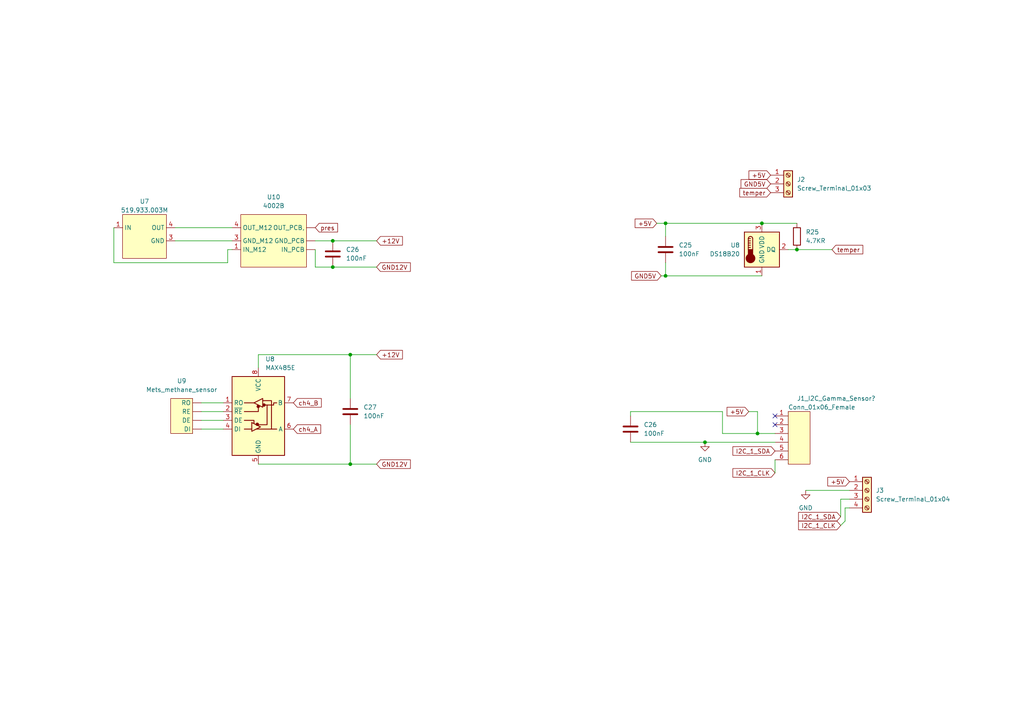
<source format=kicad_sch>
(kicad_sch (version 20211123) (generator eeschema)

  (uuid d84c1617-f99b-40e5-81d7-7418ce0cf5f3)

  (paper "A4")

  (lib_symbols
    (symbol "4002B_1" (in_bom yes) (on_board yes)
      (property "Reference" "U" (id 0) (at 0 2.54 0)
        (effects (font (size 1.27 1.27)))
      )
      (property "Value" "4002B_1" (id 1) (at 0 0 0)
        (effects (font (size 1.27 1.27)))
      )
      (property "Footprint" "" (id 2) (at 0 0 0)
        (effects (font (size 1.27 1.27)) hide)
      )
      (property "Datasheet" "" (id 3) (at 0 0 0)
        (effects (font (size 1.27 1.27)) hide)
      )
      (symbol "4002B_1_1_1"
        (rectangle (start -8.89 -2.54) (end 10.16 -17.78)
          (stroke (width 0) (type default) (color 0 0 0 0))
          (fill (type background))
        )
        (pin power_out line (at 12.7 -10.16 180) (length 2.54)
          (name "GND_PCB" (effects (font (size 1.27 1.27))))
          (number "" (effects (font (size 1.27 1.27))))
        )
        (pin power_in line (at 12.7 -12.7 180) (length 2.54)
          (name "IN_PCB" (effects (font (size 1.27 1.27))))
          (number "" (effects (font (size 1.27 1.27))))
        )
        (pin output line (at 12.7 -6.35 180) (length 2.54)
          (name "OUT_PCB," (effects (font (size 1.27 1.27))))
          (number "" (effects (font (size 1.27 1.27))))
        )
        (pin power_in line (at -11.43 -12.7 0) (length 2.54)
          (name "IN_M12" (effects (font (size 1.27 1.27))))
          (number "1" (effects (font (size 1.27 1.27))))
        )
        (pin power_in line (at -11.43 -10.16 0) (length 2.54)
          (name "GND_M12" (effects (font (size 1.27 1.27))))
          (number "3" (effects (font (size 1.27 1.27))))
        )
        (pin input line (at -11.43 -6.35 0) (length 2.54)
          (name "OUT_M12" (effects (font (size 1.27 1.27))))
          (number "4" (effects (font (size 1.27 1.27))))
        )
      )
    )
    (symbol "Analog:519" (in_bom yes) (on_board no)
      (property "Reference" "U7" (id 0) (at 0 20.32 0)
        (effects (font (size 1.27 1.27)))
      )
      (property "Value" "519" (id 1) (at 0 17.78 0)
        (effects (font (size 1.27 1.27)))
      )
      (property "Footprint" "" (id 2) (at 0 0 0)
        (effects (font (size 1.27 1.27) italic) hide)
      )
      (property "Datasheet" "https://apautomatyka.pl/download/dat_519_Huba-Control_en.pdf" (id 3) (at 0 19.05 0)
        (effects (font (size 0.5 0.5)) hide)
      )
      (property "ki_keywords" "pressure" (id 4) (at 0 0 0)
        (effects (font (size 1.27 1.27)) hide)
      )
      (property "ki_description" "Relative pressure transmitter huba control type 519" (id 5) (at 0 0 0)
        (effects (font (size 1.27 1.27)) hide)
      )
      (property "ki_fp_filters" "SOIC*7.5x10.3mm*P1.27mm*" (id 6) (at 0 0 0)
        (effects (font (size 1.27 1.27)) hide)
      )
      (symbol "519_1_1"
        (rectangle (start -5.08 7.62) (end 7.62 -5.08)
          (stroke (width 0) (type default) (color 0 0 0 0))
          (fill (type background))
        )
        (pin power_in line (at -7.62 3.81 0) (length 2.54)
          (name "IN" (effects (font (size 1.27 1.27))))
          (number "1" (effects (font (size 1.27 1.27))))
        )
        (pin power_in line (at 10.16 0 180) (length 2.54)
          (name "GND" (effects (font (size 1.27 1.27))))
          (number "3" (effects (font (size 1.27 1.27))))
        )
        (pin output line (at 10.16 3.81 180) (length 2.54)
          (name "OUT" (effects (font (size 1.27 1.27))))
          (number "4" (effects (font (size 1.27 1.27))))
        )
      )
    )
    (symbol "Connector:Conn_01x06_Female" (pin_names (offset 1.016) hide) (in_bom yes) (on_board yes)
      (property "Reference" "U" (id 0) (at -1.27 10.16 0)
        (effects (font (size 1.27 1.27)) (justify left))
      )
      (property "Value" "GDK101" (id 1) (at -3.81 7.62 0)
        (effects (font (size 1.27 1.27)) (justify left))
      )
      (property "Footprint" "" (id 2) (at 2.54 0 0)
        (effects (font (size 1.27 1.27)))
      )
      (property "Datasheet" "~" (id 3) (at 2.54 -2.54 0)
        (effects (font (size 1.27 1.27)) hide)
      )
      (property "ki_keywords" "connector" (id 4) (at 0 0 0)
        (effects (font (size 1.27 1.27)) hide)
      )
      (property "ki_description" "Generic connector, single row, 01x06, script generated (kicad-library-utils/schlib/autogen/connector/)" (id 5) (at 0 0 0)
        (effects (font (size 1.27 1.27)) hide)
      )
      (property "ki_fp_filters" "Connector*:*_1x??_*" (id 6) (at 0 0 0)
        (effects (font (size 1.27 1.27)) hide)
      )
      (symbol "Conn_01x06_Female_0_1"
        (rectangle (start -3.81 6.35) (end 2.54 -8.89)
          (stroke (width 0) (type default) (color 0 0 0 0))
          (fill (type background))
        )
      )
      (symbol "Conn_01x06_Female_1_1"
        (pin input line (at -7.62 5.08 0) (length 3.81)
          (name "Tx" (effects (font (size 1.27 1.27))))
          (number "1" (effects (font (size 1.27 1.27))))
        )
        (pin output line (at -7.62 2.54 0) (length 3.81)
          (name "Rx" (effects (font (size 1.27 1.27))))
          (number "2" (effects (font (size 1.27 1.27))))
        )
        (pin power_in line (at -7.62 0 0) (length 3.81)
          (name "VCC" (effects (font (size 1.27 1.27))))
          (number "3" (effects (font (size 1.27 1.27))))
        )
        (pin power_out line (at -7.62 -2.54 0) (length 3.81)
          (name "GND" (effects (font (size 1.27 1.27))))
          (number "4" (effects (font (size 1.27 1.27))))
        )
        (pin output line (at -7.62 -5.08 0) (length 3.81)
          (name "SDA" (effects (font (size 1.27 1.27))))
          (number "5" (effects (font (size 1.27 1.27))))
        )
        (pin output line (at -7.62 -7.62 0) (length 3.81)
          (name "SCL" (effects (font (size 1.27 1.27))))
          (number "6" (effects (font (size 1.27 1.27))))
        )
      )
    )
    (symbol "Connector:Screw_Terminal_01x03" (pin_names (offset 1.016) hide) (in_bom yes) (on_board yes)
      (property "Reference" "J" (id 0) (at 0 5.08 0)
        (effects (font (size 1.27 1.27)))
      )
      (property "Value" "Screw_Terminal_01x03" (id 1) (at 0 -5.08 0)
        (effects (font (size 1.27 1.27)))
      )
      (property "Footprint" "" (id 2) (at 0 0 0)
        (effects (font (size 1.27 1.27)) hide)
      )
      (property "Datasheet" "~" (id 3) (at 0 0 0)
        (effects (font (size 1.27 1.27)) hide)
      )
      (property "ki_keywords" "screw terminal" (id 4) (at 0 0 0)
        (effects (font (size 1.27 1.27)) hide)
      )
      (property "ki_description" "Generic screw terminal, single row, 01x03, script generated (kicad-library-utils/schlib/autogen/connector/)" (id 5) (at 0 0 0)
        (effects (font (size 1.27 1.27)) hide)
      )
      (property "ki_fp_filters" "TerminalBlock*:*" (id 6) (at 0 0 0)
        (effects (font (size 1.27 1.27)) hide)
      )
      (symbol "Screw_Terminal_01x03_1_1"
        (rectangle (start -1.27 3.81) (end 1.27 -3.81)
          (stroke (width 0.254) (type default) (color 0 0 0 0))
          (fill (type background))
        )
        (circle (center 0 -2.54) (radius 0.635)
          (stroke (width 0.1524) (type default) (color 0 0 0 0))
          (fill (type none))
        )
        (polyline
          (pts
            (xy -0.5334 -2.2098)
            (xy 0.3302 -3.048)
          )
          (stroke (width 0.1524) (type default) (color 0 0 0 0))
          (fill (type none))
        )
        (polyline
          (pts
            (xy -0.5334 0.3302)
            (xy 0.3302 -0.508)
          )
          (stroke (width 0.1524) (type default) (color 0 0 0 0))
          (fill (type none))
        )
        (polyline
          (pts
            (xy -0.5334 2.8702)
            (xy 0.3302 2.032)
          )
          (stroke (width 0.1524) (type default) (color 0 0 0 0))
          (fill (type none))
        )
        (polyline
          (pts
            (xy -0.3556 -2.032)
            (xy 0.508 -2.8702)
          )
          (stroke (width 0.1524) (type default) (color 0 0 0 0))
          (fill (type none))
        )
        (polyline
          (pts
            (xy -0.3556 0.508)
            (xy 0.508 -0.3302)
          )
          (stroke (width 0.1524) (type default) (color 0 0 0 0))
          (fill (type none))
        )
        (polyline
          (pts
            (xy -0.3556 3.048)
            (xy 0.508 2.2098)
          )
          (stroke (width 0.1524) (type default) (color 0 0 0 0))
          (fill (type none))
        )
        (circle (center 0 0) (radius 0.635)
          (stroke (width 0.1524) (type default) (color 0 0 0 0))
          (fill (type none))
        )
        (circle (center 0 2.54) (radius 0.635)
          (stroke (width 0.1524) (type default) (color 0 0 0 0))
          (fill (type none))
        )
        (pin passive line (at -5.08 2.54 0) (length 3.81)
          (name "Pin_1" (effects (font (size 1.27 1.27))))
          (number "1" (effects (font (size 1.27 1.27))))
        )
        (pin passive line (at -5.08 0 0) (length 3.81)
          (name "Pin_2" (effects (font (size 1.27 1.27))))
          (number "2" (effects (font (size 1.27 1.27))))
        )
        (pin passive line (at -5.08 -2.54 0) (length 3.81)
          (name "Pin_3" (effects (font (size 1.27 1.27))))
          (number "3" (effects (font (size 1.27 1.27))))
        )
      )
    )
    (symbol "Connector:Screw_Terminal_01x04" (pin_names (offset 1.016) hide) (in_bom yes) (on_board yes)
      (property "Reference" "J" (id 0) (at 0 5.08 0)
        (effects (font (size 1.27 1.27)))
      )
      (property "Value" "Screw_Terminal_01x04" (id 1) (at 0 -7.62 0)
        (effects (font (size 1.27 1.27)))
      )
      (property "Footprint" "" (id 2) (at 0 0 0)
        (effects (font (size 1.27 1.27)) hide)
      )
      (property "Datasheet" "~" (id 3) (at 0 0 0)
        (effects (font (size 1.27 1.27)) hide)
      )
      (property "ki_keywords" "screw terminal" (id 4) (at 0 0 0)
        (effects (font (size 1.27 1.27)) hide)
      )
      (property "ki_description" "Generic screw terminal, single row, 01x04, script generated (kicad-library-utils/schlib/autogen/connector/)" (id 5) (at 0 0 0)
        (effects (font (size 1.27 1.27)) hide)
      )
      (property "ki_fp_filters" "TerminalBlock*:*" (id 6) (at 0 0 0)
        (effects (font (size 1.27 1.27)) hide)
      )
      (symbol "Screw_Terminal_01x04_1_1"
        (rectangle (start -1.27 3.81) (end 1.27 -6.35)
          (stroke (width 0.254) (type default) (color 0 0 0 0))
          (fill (type background))
        )
        (circle (center 0 -5.08) (radius 0.635)
          (stroke (width 0.1524) (type default) (color 0 0 0 0))
          (fill (type none))
        )
        (circle (center 0 -2.54) (radius 0.635)
          (stroke (width 0.1524) (type default) (color 0 0 0 0))
          (fill (type none))
        )
        (polyline
          (pts
            (xy -0.5334 -4.7498)
            (xy 0.3302 -5.588)
          )
          (stroke (width 0.1524) (type default) (color 0 0 0 0))
          (fill (type none))
        )
        (polyline
          (pts
            (xy -0.5334 -2.2098)
            (xy 0.3302 -3.048)
          )
          (stroke (width 0.1524) (type default) (color 0 0 0 0))
          (fill (type none))
        )
        (polyline
          (pts
            (xy -0.5334 0.3302)
            (xy 0.3302 -0.508)
          )
          (stroke (width 0.1524) (type default) (color 0 0 0 0))
          (fill (type none))
        )
        (polyline
          (pts
            (xy -0.5334 2.8702)
            (xy 0.3302 2.032)
          )
          (stroke (width 0.1524) (type default) (color 0 0 0 0))
          (fill (type none))
        )
        (polyline
          (pts
            (xy -0.3556 -4.572)
            (xy 0.508 -5.4102)
          )
          (stroke (width 0.1524) (type default) (color 0 0 0 0))
          (fill (type none))
        )
        (polyline
          (pts
            (xy -0.3556 -2.032)
            (xy 0.508 -2.8702)
          )
          (stroke (width 0.1524) (type default) (color 0 0 0 0))
          (fill (type none))
        )
        (polyline
          (pts
            (xy -0.3556 0.508)
            (xy 0.508 -0.3302)
          )
          (stroke (width 0.1524) (type default) (color 0 0 0 0))
          (fill (type none))
        )
        (polyline
          (pts
            (xy -0.3556 3.048)
            (xy 0.508 2.2098)
          )
          (stroke (width 0.1524) (type default) (color 0 0 0 0))
          (fill (type none))
        )
        (circle (center 0 0) (radius 0.635)
          (stroke (width 0.1524) (type default) (color 0 0 0 0))
          (fill (type none))
        )
        (circle (center 0 2.54) (radius 0.635)
          (stroke (width 0.1524) (type default) (color 0 0 0 0))
          (fill (type none))
        )
        (pin passive line (at -5.08 2.54 0) (length 3.81)
          (name "Pin_1" (effects (font (size 1.27 1.27))))
          (number "1" (effects (font (size 1.27 1.27))))
        )
        (pin passive line (at -5.08 0 0) (length 3.81)
          (name "Pin_2" (effects (font (size 1.27 1.27))))
          (number "2" (effects (font (size 1.27 1.27))))
        )
        (pin passive line (at -5.08 -2.54 0) (length 3.81)
          (name "Pin_3" (effects (font (size 1.27 1.27))))
          (number "3" (effects (font (size 1.27 1.27))))
        )
        (pin passive line (at -5.08 -5.08 0) (length 3.81)
          (name "Pin_4" (effects (font (size 1.27 1.27))))
          (number "4" (effects (font (size 1.27 1.27))))
        )
      )
    )
    (symbol "Device:C" (pin_numbers hide) (pin_names (offset 0.254)) (in_bom yes) (on_board yes)
      (property "Reference" "C" (id 0) (at 0.635 2.54 0)
        (effects (font (size 1.27 1.27)) (justify left))
      )
      (property "Value" "C" (id 1) (at 0.635 -2.54 0)
        (effects (font (size 1.27 1.27)) (justify left))
      )
      (property "Footprint" "" (id 2) (at 0.9652 -3.81 0)
        (effects (font (size 1.27 1.27)) hide)
      )
      (property "Datasheet" "~" (id 3) (at 0 0 0)
        (effects (font (size 1.27 1.27)) hide)
      )
      (property "ki_keywords" "cap capacitor" (id 4) (at 0 0 0)
        (effects (font (size 1.27 1.27)) hide)
      )
      (property "ki_description" "Unpolarized capacitor" (id 5) (at 0 0 0)
        (effects (font (size 1.27 1.27)) hide)
      )
      (property "ki_fp_filters" "C_*" (id 6) (at 0 0 0)
        (effects (font (size 1.27 1.27)) hide)
      )
      (symbol "C_0_1"
        (polyline
          (pts
            (xy -2.032 -0.762)
            (xy 2.032 -0.762)
          )
          (stroke (width 0.508) (type default) (color 0 0 0 0))
          (fill (type none))
        )
        (polyline
          (pts
            (xy -2.032 0.762)
            (xy 2.032 0.762)
          )
          (stroke (width 0.508) (type default) (color 0 0 0 0))
          (fill (type none))
        )
      )
      (symbol "C_1_1"
        (pin passive line (at 0 3.81 270) (length 2.794)
          (name "~" (effects (font (size 1.27 1.27))))
          (number "1" (effects (font (size 1.27 1.27))))
        )
        (pin passive line (at 0 -3.81 90) (length 2.794)
          (name "~" (effects (font (size 1.27 1.27))))
          (number "2" (effects (font (size 1.27 1.27))))
        )
      )
    )
    (symbol "Device:R" (pin_numbers hide) (pin_names (offset 0)) (in_bom yes) (on_board yes)
      (property "Reference" "R" (id 0) (at 2.032 0 90)
        (effects (font (size 1.27 1.27)))
      )
      (property "Value" "R" (id 1) (at 0 0 90)
        (effects (font (size 1.27 1.27)))
      )
      (property "Footprint" "" (id 2) (at -1.778 0 90)
        (effects (font (size 1.27 1.27)) hide)
      )
      (property "Datasheet" "~" (id 3) (at 0 0 0)
        (effects (font (size 1.27 1.27)) hide)
      )
      (property "ki_keywords" "R res resistor" (id 4) (at 0 0 0)
        (effects (font (size 1.27 1.27)) hide)
      )
      (property "ki_description" "Resistor" (id 5) (at 0 0 0)
        (effects (font (size 1.27 1.27)) hide)
      )
      (property "ki_fp_filters" "R_*" (id 6) (at 0 0 0)
        (effects (font (size 1.27 1.27)) hide)
      )
      (symbol "R_0_1"
        (rectangle (start -1.016 -2.54) (end 1.016 2.54)
          (stroke (width 0.254) (type default) (color 0 0 0 0))
          (fill (type none))
        )
      )
      (symbol "R_1_1"
        (pin passive line (at 0 3.81 270) (length 1.27)
          (name "~" (effects (font (size 1.27 1.27))))
          (number "1" (effects (font (size 1.27 1.27))))
        )
        (pin passive line (at 0 -3.81 90) (length 1.27)
          (name "~" (effects (font (size 1.27 1.27))))
          (number "2" (effects (font (size 1.27 1.27))))
        )
      )
    )
    (symbol "Interface_UART:MAX485E" (in_bom yes) (on_board yes)
      (property "Reference" "U" (id 0) (at -6.096 11.43 0)
        (effects (font (size 1.27 1.27)))
      )
      (property "Value" "MAX485E" (id 1) (at 0.762 11.43 0)
        (effects (font (size 1.27 1.27)) (justify left))
      )
      (property "Footprint" "" (id 2) (at 0 -17.78 0)
        (effects (font (size 1.27 1.27)) hide)
      )
      (property "Datasheet" "https://datasheets.maximintegrated.com/en/ds/MAX1487E-MAX491E.pdf" (id 3) (at 0 1.27 0)
        (effects (font (size 1.27 1.27)) hide)
      )
      (property "ki_keywords" "Half duplex RS-485/RS-422, 2.5 Mbps, ±15kV electro-static discharge (ESD) protection, no slew-rate, no low-power shutdown, with receiver/driver enable, 32 receiver drive kapacitity, DIP-8 and SOIC-8" (id 4) (at 0 0 0)
        (effects (font (size 1.27 1.27)) hide)
      )
      (property "ki_description" "Half duplex RS-485/RS-422, 2.5 Mbps, ±15kV electro-static discharge (ESD) protection, no slew-rate, no low-power shutdown, with receiver/driver enable, 32 receiver drive kapacitity, DIP-8 and SOIC-8" (id 5) (at 0 0 0)
        (effects (font (size 1.27 1.27)) hide)
      )
      (property "ki_fp_filters" "DIP*W7.62mm* SOIC*3.9x4.9mm*P1.27mm*" (id 6) (at 0 0 0)
        (effects (font (size 1.27 1.27)) hide)
      )
      (symbol "MAX485E_0_1"
        (rectangle (start -7.62 10.16) (end 7.62 -12.7)
          (stroke (width 0.254) (type default) (color 0 0 0 0))
          (fill (type background))
        )
        (circle (center -0.3048 -3.683) (radius 0.3556)
          (stroke (width 0.254) (type default) (color 0 0 0 0))
          (fill (type outline))
        )
        (circle (center -0.0254 1.4986) (radius 0.3556)
          (stroke (width 0.254) (type default) (color 0 0 0 0))
          (fill (type outline))
        )
        (polyline
          (pts
            (xy -4.064 -5.08)
            (xy -1.905 -5.08)
          )
          (stroke (width 0.254) (type default) (color 0 0 0 0))
          (fill (type none))
        )
        (polyline
          (pts
            (xy -4.064 2.54)
            (xy -1.27 2.54)
          )
          (stroke (width 0.254) (type default) (color 0 0 0 0))
          (fill (type none))
        )
        (polyline
          (pts
            (xy -1.27 -3.2004)
            (xy -1.27 -3.4544)
          )
          (stroke (width 0.254) (type default) (color 0 0 0 0))
          (fill (type none))
        )
        (polyline
          (pts
            (xy -0.635 -5.08)
            (xy 5.334 -5.08)
          )
          (stroke (width 0.254) (type default) (color 0 0 0 0))
          (fill (type none))
        )
        (polyline
          (pts
            (xy -4.064 -2.54)
            (xy -1.27 -2.54)
            (xy -1.27 -3.175)
          )
          (stroke (width 0.254) (type default) (color 0 0 0 0))
          (fill (type none))
        )
        (polyline
          (pts
            (xy 0 1.27)
            (xy 0 0)
            (xy -4.064 0)
          )
          (stroke (width 0.254) (type default) (color 0 0 0 0))
          (fill (type none))
        )
        (polyline
          (pts
            (xy 1.27 3.175)
            (xy 3.81 3.175)
            (xy 3.81 -5.08)
          )
          (stroke (width 0.254) (type default) (color 0 0 0 0))
          (fill (type none))
        )
        (polyline
          (pts
            (xy 2.54 1.905)
            (xy 2.54 -3.81)
            (xy 0 -3.81)
          )
          (stroke (width 0.254) (type default) (color 0 0 0 0))
          (fill (type none))
        )
        (polyline
          (pts
            (xy -1.905 -3.175)
            (xy -1.905 -5.715)
            (xy 0.635 -4.445)
            (xy -1.905 -3.175)
          )
          (stroke (width 0.254) (type default) (color 0 0 0 0))
          (fill (type none))
        )
        (polyline
          (pts
            (xy -1.27 2.54)
            (xy 1.27 3.81)
            (xy 1.27 1.27)
            (xy -1.27 2.54)
          )
          (stroke (width 0.254) (type default) (color 0 0 0 0))
          (fill (type none))
        )
        (polyline
          (pts
            (xy 1.905 1.905)
            (xy 4.445 1.905)
            (xy 4.445 2.54)
            (xy 5.334 2.54)
          )
          (stroke (width 0.254) (type default) (color 0 0 0 0))
          (fill (type none))
        )
        (rectangle (start 1.27 3.175) (end 1.27 3.175)
          (stroke (width 0) (type default) (color 0 0 0 0))
          (fill (type none))
        )
        (circle (center 1.651 1.905) (radius 0.3556)
          (stroke (width 0.254) (type default) (color 0 0 0 0))
          (fill (type outline))
        )
      )
      (symbol "MAX485E_1_1"
        (pin output line (at -10.16 2.54 0) (length 2.54)
          (name "RO" (effects (font (size 1.27 1.27))))
          (number "1" (effects (font (size 1.27 1.27))))
        )
        (pin input line (at -10.16 0 0) (length 2.54)
          (name "~{RE}" (effects (font (size 1.27 1.27))))
          (number "2" (effects (font (size 1.27 1.27))))
        )
        (pin input line (at -10.16 -2.54 0) (length 2.54)
          (name "DE" (effects (font (size 1.27 1.27))))
          (number "3" (effects (font (size 1.27 1.27))))
        )
        (pin input line (at -10.16 -5.08 0) (length 2.54)
          (name "DI" (effects (font (size 1.27 1.27))))
          (number "4" (effects (font (size 1.27 1.27))))
        )
        (pin power_in line (at 0 -15.24 90) (length 2.54)
          (name "GND" (effects (font (size 1.27 1.27))))
          (number "5" (effects (font (size 1.27 1.27))))
        )
        (pin bidirectional line (at 10.16 -5.08 180) (length 2.54)
          (name "A" (effects (font (size 1.27 1.27))))
          (number "6" (effects (font (size 1.27 1.27))))
        )
        (pin bidirectional line (at 10.16 2.54 180) (length 2.54)
          (name "B" (effects (font (size 1.27 1.27))))
          (number "7" (effects (font (size 1.27 1.27))))
        )
        (pin power_in line (at 0 12.7 270) (length 2.54)
          (name "VCC" (effects (font (size 1.27 1.27))))
          (number "8" (effects (font (size 1.27 1.27))))
        )
      )
    )
    (symbol "Sensor_Temperature:DS18B20" (pin_names (offset 1.016)) (in_bom yes) (on_board yes)
      (property "Reference" "U" (id 0) (at -3.81 6.35 0)
        (effects (font (size 1.27 1.27)))
      )
      (property "Value" "DS18B20" (id 1) (at 6.35 6.35 0)
        (effects (font (size 1.27 1.27)))
      )
      (property "Footprint" "Package_TO_SOT_THT:TO-92_Inline" (id 2) (at -25.4 -6.35 0)
        (effects (font (size 1.27 1.27)) hide)
      )
      (property "Datasheet" "http://datasheets.maximintegrated.com/en/ds/DS18B20.pdf" (id 3) (at -3.81 6.35 0)
        (effects (font (size 1.27 1.27)) hide)
      )
      (property "ki_keywords" "OneWire 1Wire Dallas Maxim" (id 4) (at 0 0 0)
        (effects (font (size 1.27 1.27)) hide)
      )
      (property "ki_description" "Programmable Resolution 1-Wire Digital Thermometer TO-92" (id 5) (at 0 0 0)
        (effects (font (size 1.27 1.27)) hide)
      )
      (property "ki_fp_filters" "TO*92*" (id 6) (at 0 0 0)
        (effects (font (size 1.27 1.27)) hide)
      )
      (symbol "DS18B20_0_1"
        (rectangle (start -5.08 5.08) (end 5.08 -5.08)
          (stroke (width 0.254) (type default) (color 0 0 0 0))
          (fill (type background))
        )
        (circle (center -3.302 -2.54) (radius 1.27)
          (stroke (width 0.254) (type default) (color 0 0 0 0))
          (fill (type outline))
        )
        (rectangle (start -2.667 -1.905) (end -3.937 0)
          (stroke (width 0.254) (type default) (color 0 0 0 0))
          (fill (type outline))
        )
        (arc (start -2.667 3.175) (mid -3.302 3.81) (end -3.937 3.175)
          (stroke (width 0.254) (type default) (color 0 0 0 0))
          (fill (type none))
        )
        (polyline
          (pts
            (xy -3.937 0.635)
            (xy -3.302 0.635)
          )
          (stroke (width 0.254) (type default) (color 0 0 0 0))
          (fill (type none))
        )
        (polyline
          (pts
            (xy -3.937 1.27)
            (xy -3.302 1.27)
          )
          (stroke (width 0.254) (type default) (color 0 0 0 0))
          (fill (type none))
        )
        (polyline
          (pts
            (xy -3.937 1.905)
            (xy -3.302 1.905)
          )
          (stroke (width 0.254) (type default) (color 0 0 0 0))
          (fill (type none))
        )
        (polyline
          (pts
            (xy -3.937 2.54)
            (xy -3.302 2.54)
          )
          (stroke (width 0.254) (type default) (color 0 0 0 0))
          (fill (type none))
        )
        (polyline
          (pts
            (xy -3.937 3.175)
            (xy -3.937 0)
          )
          (stroke (width 0.254) (type default) (color 0 0 0 0))
          (fill (type none))
        )
        (polyline
          (pts
            (xy -3.937 3.175)
            (xy -3.302 3.175)
          )
          (stroke (width 0.254) (type default) (color 0 0 0 0))
          (fill (type none))
        )
        (polyline
          (pts
            (xy -2.667 3.175)
            (xy -2.667 0)
          )
          (stroke (width 0.254) (type default) (color 0 0 0 0))
          (fill (type none))
        )
      )
      (symbol "DS18B20_1_1"
        (pin power_in line (at 0 -7.62 90) (length 2.54)
          (name "GND" (effects (font (size 1.27 1.27))))
          (number "1" (effects (font (size 1.27 1.27))))
        )
        (pin bidirectional line (at 7.62 0 180) (length 2.54)
          (name "DQ" (effects (font (size 1.27 1.27))))
          (number "2" (effects (font (size 1.27 1.27))))
        )
        (pin power_in line (at 0 7.62 270) (length 2.54)
          (name "VDD" (effects (font (size 1.27 1.27))))
          (number "3" (effects (font (size 1.27 1.27))))
        )
      )
    )
    (symbol "methane:Mets_methane_sensor" (in_bom yes) (on_board yes)
      (property "Reference" "U" (id 0) (at 0 0 0)
        (effects (font (size 1.27 1.27)))
      )
      (property "Value" "Mets_methane_sensor" (id 1) (at 0 -1.27 0)
        (effects (font (size 1.27 1.27)))
      )
      (property "Footprint" "" (id 2) (at 0 0 0)
        (effects (font (size 1.27 1.27)) hide)
      )
      (property "Datasheet" "" (id 3) (at 0 0 0)
        (effects (font (size 1.27 1.27)) hide)
      )
      (symbol "Mets_methane_sensor_0_1"
        (rectangle (start -2.54 -2.54) (end 3.81 -12.7)
          (stroke (width 0) (type default) (color 0 0 0 0))
          (fill (type background))
        )
      )
      (symbol "Mets_methane_sensor_1_1"
        (pin output line (at 6.35 -8.89 180) (length 2.54)
          (name "DE" (effects (font (size 1.27 1.27))))
          (number "" (effects (font (size 1.27 1.27))))
        )
        (pin output line (at 6.35 -11.43 180) (length 2.54)
          (name "DI" (effects (font (size 1.27 1.27))))
          (number "" (effects (font (size 1.27 1.27))))
        )
        (pin output line (at 6.35 -6.35 180) (length 2.54)
          (name "RE" (effects (font (size 1.27 1.27))))
          (number "" (effects (font (size 1.27 1.27))))
        )
        (pin input line (at 6.35 -3.81 180) (length 2.54)
          (name "RO" (effects (font (size 1.27 1.27))))
          (number "" (effects (font (size 1.27 1.27))))
        )
      )
    )
    (symbol "power:GND" (power) (pin_names (offset 0)) (in_bom yes) (on_board yes)
      (property "Reference" "#PWR" (id 0) (at 0 -6.35 0)
        (effects (font (size 1.27 1.27)) hide)
      )
      (property "Value" "GND" (id 1) (at 0 -3.81 0)
        (effects (font (size 1.27 1.27)))
      )
      (property "Footprint" "" (id 2) (at 0 0 0)
        (effects (font (size 1.27 1.27)) hide)
      )
      (property "Datasheet" "" (id 3) (at 0 0 0)
        (effects (font (size 1.27 1.27)) hide)
      )
      (property "ki_keywords" "power-flag" (id 4) (at 0 0 0)
        (effects (font (size 1.27 1.27)) hide)
      )
      (property "ki_description" "Power symbol creates a global label with name \"GND\" , ground" (id 5) (at 0 0 0)
        (effects (font (size 1.27 1.27)) hide)
      )
      (symbol "GND_0_1"
        (polyline
          (pts
            (xy 0 0)
            (xy 0 -1.27)
            (xy 1.27 -1.27)
            (xy 0 -2.54)
            (xy -1.27 -1.27)
            (xy 0 -1.27)
          )
          (stroke (width 0) (type default) (color 0 0 0 0))
          (fill (type none))
        )
      )
      (symbol "GND_1_1"
        (pin power_in line (at 0 0 270) (length 0) hide
          (name "GND" (effects (font (size 1.27 1.27))))
          (number "1" (effects (font (size 1.27 1.27))))
        )
      )
    )
  )


  (junction (at 96.52 77.47) (diameter 0) (color 0 0 0 0)
    (uuid 33366bea-7ffc-4f47-87ee-75a1dcb23892)
  )
  (junction (at 96.52 69.85) (diameter 0) (color 0 0 0 0)
    (uuid 4683825b-5366-4bce-80d5-ccb8374e0a58)
  )
  (junction (at 193.04 80.01) (diameter 0) (color 0 0 0 0)
    (uuid 4f29f8c6-cc80-4e4f-8711-039e57a07bb3)
  )
  (junction (at 219.71 125.73) (diameter 0) (color 0 0 0 0)
    (uuid 53a38955-2384-4017-a5c7-53e598dc85ce)
  )
  (junction (at 220.98 64.77) (diameter 0) (color 0 0 0 0)
    (uuid 598b28d0-b9a9-481d-a48a-06af9bf1b7e3)
  )
  (junction (at 101.6 134.62) (diameter 0) (color 0 0 0 0)
    (uuid 657c4d55-3fa7-4688-a2af-000557068c32)
  )
  (junction (at 101.6 102.87) (diameter 0) (color 0 0 0 0)
    (uuid 985c15bc-8552-4ade-aa6d-ed94583d0976)
  )
  (junction (at 231.14 72.39) (diameter 0) (color 0 0 0 0)
    (uuid cfe2f0b6-8765-4175-a2a6-f2f635752298)
  )
  (junction (at 204.47 128.27) (diameter 0) (color 0 0 0 0)
    (uuid eeb82f7a-d795-4d3d-a1a8-20aeeede8041)
  )
  (junction (at 193.04 64.77) (diameter 0) (color 0 0 0 0)
    (uuid f9400b40-b116-428d-a535-b1ca951ddccf)
  )

  (no_connect (at 224.79 120.65) (uuid 35613f0e-ba5b-48d6-804e-5d6715971e24))
  (no_connect (at 224.79 123.19) (uuid 7437bda1-fffc-4e95-9306-1028a19bebae))

  (wire (pts (xy 209.55 125.73) (xy 219.71 125.73))
    (stroke (width 0) (type default) (color 0 0 0 0))
    (uuid 007dd318-43df-4726-a7fb-8c7f19c7cd6a)
  )
  (wire (pts (xy 101.6 134.62) (xy 101.6 123.19))
    (stroke (width 0) (type default) (color 0 0 0 0))
    (uuid 0368bf4c-af9a-4270-9aab-fece55693675)
  )
  (wire (pts (xy 243.84 152.4) (xy 245.11 151.13))
    (stroke (width 0) (type default) (color 0 0 0 0))
    (uuid 04c806a5-c13e-4888-afb3-dbcd85150ae2)
  )
  (wire (pts (xy 58.42 119.38) (xy 64.77 119.38))
    (stroke (width 0) (type default) (color 0 0 0 0))
    (uuid 0b0b50f2-b21c-4586-a97e-5ba94552c121)
  )
  (wire (pts (xy 182.88 128.27) (xy 204.47 128.27))
    (stroke (width 0) (type default) (color 0 0 0 0))
    (uuid 0cf61df9-22f0-4545-960c-8e699c8b1704)
  )
  (wire (pts (xy 204.47 128.27) (xy 224.79 128.27))
    (stroke (width 0) (type default) (color 0 0 0 0))
    (uuid 100df7f0-455b-40a3-bd78-62679a8b95b6)
  )
  (wire (pts (xy 193.04 76.2) (xy 193.04 80.01))
    (stroke (width 0) (type default) (color 0 0 0 0))
    (uuid 143c0e5c-fb43-42c3-af3b-547ce187ab4e)
  )
  (wire (pts (xy 101.6 134.62) (xy 109.22 134.62))
    (stroke (width 0) (type default) (color 0 0 0 0))
    (uuid 196c1d83-74b6-4224-9fdc-56dd411eea5a)
  )
  (wire (pts (xy 101.6 102.87) (xy 101.6 115.57))
    (stroke (width 0) (type default) (color 0 0 0 0))
    (uuid 256aac8b-44f4-48b3-8d1b-d437a520baa7)
  )
  (wire (pts (xy 228.6 72.39) (xy 231.14 72.39))
    (stroke (width 0) (type default) (color 0 0 0 0))
    (uuid 26abc5f7-e0dd-47e8-93ed-0a842def1a5c)
  )
  (wire (pts (xy 209.55 119.38) (xy 209.55 125.73))
    (stroke (width 0) (type default) (color 0 0 0 0))
    (uuid 2e75ab65-378a-43fc-a05b-8fe4a5be4511)
  )
  (wire (pts (xy 193.04 64.77) (xy 220.98 64.77))
    (stroke (width 0) (type default) (color 0 0 0 0))
    (uuid 3dd7419b-8568-4472-9800-85544fe6dcbc)
  )
  (wire (pts (xy 190.5 64.77) (xy 193.04 64.77))
    (stroke (width 0) (type default) (color 0 0 0 0))
    (uuid 407dac74-37c6-460f-9595-c4fce7a1a837)
  )
  (wire (pts (xy 66.04 76.2) (xy 66.04 72.39))
    (stroke (width 0) (type default) (color 0 0 0 0))
    (uuid 42e850cc-ca3c-4598-afd4-967c954d362a)
  )
  (wire (pts (xy 217.17 119.38) (xy 219.71 119.38))
    (stroke (width 0) (type default) (color 0 0 0 0))
    (uuid 5ca92a5c-6909-4ba3-a7a7-8adab369a7b2)
  )
  (wire (pts (xy 231.14 72.39) (xy 241.3 72.39))
    (stroke (width 0) (type default) (color 0 0 0 0))
    (uuid 5f5adf41-071c-4a4e-b90e-4a6a41c0406d)
  )
  (wire (pts (xy 243.84 144.78) (xy 246.38 144.78))
    (stroke (width 0) (type default) (color 0 0 0 0))
    (uuid 668cf94b-7e2f-4101-a14e-de65062cbdf7)
  )
  (wire (pts (xy 74.93 106.68) (xy 74.93 102.87))
    (stroke (width 0) (type default) (color 0 0 0 0))
    (uuid 713729ee-a113-41ae-aebc-7478030ae89e)
  )
  (wire (pts (xy 101.6 102.87) (xy 109.22 102.87))
    (stroke (width 0) (type default) (color 0 0 0 0))
    (uuid 74d0bf52-0491-49e1-b439-24444d9d8e13)
  )
  (wire (pts (xy 219.71 119.38) (xy 219.71 125.73))
    (stroke (width 0) (type default) (color 0 0 0 0))
    (uuid 7503cd21-24bd-4cf8-b5be-abd09f047d29)
  )
  (wire (pts (xy 182.88 120.65) (xy 182.88 119.38))
    (stroke (width 0) (type default) (color 0 0 0 0))
    (uuid 7532cbb4-7c6c-42e5-b1fa-d5021e3b68ef)
  )
  (wire (pts (xy 193.04 64.77) (xy 193.04 68.58))
    (stroke (width 0) (type default) (color 0 0 0 0))
    (uuid 8111658f-7e20-4702-81fe-8a9f591bf95d)
  )
  (wire (pts (xy 193.04 80.01) (xy 220.98 80.01))
    (stroke (width 0) (type default) (color 0 0 0 0))
    (uuid 82aaf218-7818-48b2-98f8-0f140f94548e)
  )
  (wire (pts (xy 91.44 72.39) (xy 91.44 77.47))
    (stroke (width 0) (type default) (color 0 0 0 0))
    (uuid 883e33b4-51b0-4383-8c1a-28ba3b5c23d3)
  )
  (wire (pts (xy 96.52 69.85) (xy 109.22 69.85))
    (stroke (width 0) (type default) (color 0 0 0 0))
    (uuid a575079b-7b7b-44cc-bdb4-558542b7652b)
  )
  (wire (pts (xy 182.88 119.38) (xy 209.55 119.38))
    (stroke (width 0) (type default) (color 0 0 0 0))
    (uuid a6785954-fcb4-4699-8886-604ab7acbeb3)
  )
  (wire (pts (xy 58.42 124.46) (xy 64.77 124.46))
    (stroke (width 0) (type default) (color 0 0 0 0))
    (uuid a79629a2-c99e-410a-afbe-1a655cd90a46)
  )
  (wire (pts (xy 66.04 72.39) (xy 67.31 72.39))
    (stroke (width 0) (type default) (color 0 0 0 0))
    (uuid a8711015-dd8c-491e-8d21-a63959269391)
  )
  (wire (pts (xy 191.77 80.01) (xy 193.04 80.01))
    (stroke (width 0) (type default) (color 0 0 0 0))
    (uuid ab213207-a7d4-48f5-bf9e-30a9caa06d79)
  )
  (wire (pts (xy 58.42 121.92) (xy 64.77 121.92))
    (stroke (width 0) (type default) (color 0 0 0 0))
    (uuid ac485085-8a23-4411-88ac-92ab931c98b9)
  )
  (wire (pts (xy 50.8 66.04) (xy 67.31 66.04))
    (stroke (width 0) (type default) (color 0 0 0 0))
    (uuid ae441e5a-7fc6-40fb-b16b-73b53e594e8b)
  )
  (wire (pts (xy 74.93 134.62) (xy 101.6 134.62))
    (stroke (width 0) (type default) (color 0 0 0 0))
    (uuid b59c10d5-4dec-4fb1-b29b-6600799c0671)
  )
  (wire (pts (xy 50.8 69.85) (xy 67.31 69.85))
    (stroke (width 0) (type default) (color 0 0 0 0))
    (uuid b80adc75-81e8-4519-8abd-2628c8484c69)
  )
  (wire (pts (xy 220.98 64.77) (xy 231.14 64.77))
    (stroke (width 0) (type default) (color 0 0 0 0))
    (uuid bf7f46fa-1791-41ca-9b33-778d8fb8c57e)
  )
  (wire (pts (xy 33.02 76.2) (xy 66.04 76.2))
    (stroke (width 0) (type default) (color 0 0 0 0))
    (uuid c2a58db7-a184-4e3f-92a8-08b05a7666e5)
  )
  (wire (pts (xy 233.68 142.24) (xy 246.38 142.24))
    (stroke (width 0) (type default) (color 0 0 0 0))
    (uuid c3e0c508-3ef4-4ab2-a527-212f6aee78f0)
  )
  (wire (pts (xy 219.71 125.73) (xy 224.79 125.73))
    (stroke (width 0) (type default) (color 0 0 0 0))
    (uuid cc3a5483-0602-44b4-b540-8d59f31c20f8)
  )
  (wire (pts (xy 33.02 66.04) (xy 33.02 76.2))
    (stroke (width 0) (type default) (color 0 0 0 0))
    (uuid d629711b-8c4d-49f8-9285-b65c02bb8882)
  )
  (wire (pts (xy 91.44 69.85) (xy 96.52 69.85))
    (stroke (width 0) (type default) (color 0 0 0 0))
    (uuid de0e7f9d-7fff-4fdf-97a3-e279aa318872)
  )
  (wire (pts (xy 74.93 102.87) (xy 101.6 102.87))
    (stroke (width 0) (type default) (color 0 0 0 0))
    (uuid e0249a76-c415-42e6-9cbc-14609d096cec)
  )
  (wire (pts (xy 58.42 116.84) (xy 64.77 116.84))
    (stroke (width 0) (type default) (color 0 0 0 0))
    (uuid e039f268-721d-45e7-a37b-7c1db5e774ca)
  )
  (wire (pts (xy 96.52 77.47) (xy 109.22 77.47))
    (stroke (width 0) (type default) (color 0 0 0 0))
    (uuid e3dc7cf2-0466-42f8-975d-e3c9e69b4a48)
  )
  (wire (pts (xy 245.11 147.32) (xy 246.38 147.32))
    (stroke (width 0) (type default) (color 0 0 0 0))
    (uuid e9553696-49fd-4430-aee9-15c62012ee3b)
  )
  (wire (pts (xy 91.44 77.47) (xy 96.52 77.47))
    (stroke (width 0) (type default) (color 0 0 0 0))
    (uuid ec44d017-c1ca-40a9-bed2-8bff5b37491b)
  )
  (wire (pts (xy 224.79 137.16) (xy 224.79 133.35))
    (stroke (width 0) (type default) (color 0 0 0 0))
    (uuid ed5e9350-6270-4738-9bca-8342e13b6c0e)
  )
  (wire (pts (xy 243.84 149.86) (xy 243.84 144.78))
    (stroke (width 0) (type default) (color 0 0 0 0))
    (uuid ee936abd-a54f-444f-88ce-68a6e69c4859)
  )
  (wire (pts (xy 245.11 151.13) (xy 245.11 147.32))
    (stroke (width 0) (type default) (color 0 0 0 0))
    (uuid f0763391-d49d-43fd-bdf2-b9302fc15a49)
  )

  (global_label "I2C_1_CLK" (shape input) (at 224.79 137.16 180) (fields_autoplaced)
    (effects (font (size 1.27 1.27)) (justify right))
    (uuid 1e481cfe-f6c0-487e-9f86-a6045cce6a4f)
    (property "Intersheet References" "${INTERSHEET_REFS}" (id 0) (at 212.5798 137.0806 0)
      (effects (font (size 1.27 1.27)) (justify right) hide)
    )
  )
  (global_label "ch4_A" (shape input) (at 85.09 124.46 0) (fields_autoplaced)
    (effects (font (size 1.27 1.27)) (justify left))
    (uuid 28278a0a-b7fc-4062-b134-673275283623)
    (property "Intersheet References" "${INTERSHEET_REFS}" (id 0) (at 93.0064 124.3806 0)
      (effects (font (size 1.27 1.27)) (justify left) hide)
    )
  )
  (global_label "+12V" (shape input) (at 109.22 69.85 0) (fields_autoplaced)
    (effects (font (size 1.27 1.27)) (justify left))
    (uuid 28d7fb75-c3e9-4b41-89b1-8adc635eeb87)
    (property "Intersheet References" "${INTERSHEET_REFS}" (id 0) (at 116.7131 69.7706 0)
      (effects (font (size 1.27 1.27)) (justify left) hide)
    )
  )
  (global_label "+5V" (shape input) (at 246.38 139.7 180) (fields_autoplaced)
    (effects (font (size 1.27 1.27)) (justify right))
    (uuid 48260008-5215-46e3-8814-a3a9b6130730)
    (property "Intersheet References" "${INTERSHEET_REFS}" (id 0) (at 240.0964 139.6206 0)
      (effects (font (size 1.27 1.27)) (justify right) hide)
    )
  )
  (global_label "ch4_B" (shape input) (at 85.09 116.84 0) (fields_autoplaced)
    (effects (font (size 1.27 1.27)) (justify left))
    (uuid 4e3546f0-647c-475d-a7cc-c550c2270d12)
    (property "Intersheet References" "${INTERSHEET_REFS}" (id 0) (at 93.1879 116.7606 0)
      (effects (font (size 1.27 1.27)) (justify left) hide)
    )
  )
  (global_label "temper" (shape input) (at 241.3 72.39 0) (fields_autoplaced)
    (effects (font (size 1.27 1.27)) (justify left))
    (uuid 54b986f5-c753-4b37-9f66-a9c34a0b2c92)
    (property "Intersheet References" "${INTERSHEET_REFS}" (id 0) (at 250.2445 72.3106 0)
      (effects (font (size 1.27 1.27)) (justify left) hide)
    )
  )
  (global_label "GND5V" (shape input) (at 191.77 80.01 180) (fields_autoplaced)
    (effects (font (size 1.27 1.27)) (justify right))
    (uuid 5f625c05-4242-40b8-86b3-47b194da9b33)
    (property "Intersheet References" "${INTERSHEET_REFS}" (id 0) (at 183.1883 79.9306 0)
      (effects (font (size 1.27 1.27)) (justify right) hide)
    )
  )
  (global_label "pres" (shape input) (at 91.44 66.04 0) (fields_autoplaced)
    (effects (font (size 1.27 1.27)) (justify left))
    (uuid 6d3154e9-5d63-4b59-b362-c44e12b99699)
    (property "Intersheet References" "${INTERSHEET_REFS}" (id 0) (at 97.905 65.9606 0)
      (effects (font (size 1.27 1.27)) (justify left) hide)
    )
  )
  (global_label "I2C_1_SDA" (shape input) (at 243.84 149.86 180) (fields_autoplaced)
    (effects (font (size 1.27 1.27)) (justify right))
    (uuid 820ce1c7-b869-4841-a781-1b78306d5216)
    (property "Intersheet References" "${INTERSHEET_REFS}" (id 0) (at 231.6298 149.7806 0)
      (effects (font (size 1.27 1.27)) (justify right) hide)
    )
  )
  (global_label "+5V" (shape input) (at 190.5 64.77 180) (fields_autoplaced)
    (effects (font (size 1.27 1.27)) (justify right))
    (uuid 89d0c2bf-bdc2-4d19-986c-7ffd3d0601ee)
    (property "Intersheet References" "${INTERSHEET_REFS}" (id 0) (at 184.2164 64.6906 0)
      (effects (font (size 1.27 1.27)) (justify right) hide)
    )
  )
  (global_label "I2C_1_CLK" (shape input) (at 243.84 152.4 180) (fields_autoplaced)
    (effects (font (size 1.27 1.27)) (justify right))
    (uuid 8bdd46a7-2d76-434a-88aa-3ead2e7028b4)
    (property "Intersheet References" "${INTERSHEET_REFS}" (id 0) (at 231.6298 152.3206 0)
      (effects (font (size 1.27 1.27)) (justify right) hide)
    )
  )
  (global_label "temper" (shape input) (at 223.52 55.88 180) (fields_autoplaced)
    (effects (font (size 1.27 1.27)) (justify right))
    (uuid 9f637bc0-1d93-48d7-8a82-603c903169d6)
    (property "Intersheet References" "${INTERSHEET_REFS}" (id 0) (at 214.5755 55.8006 0)
      (effects (font (size 1.27 1.27)) (justify right) hide)
    )
  )
  (global_label "GND12V" (shape input) (at 109.22 134.62 0) (fields_autoplaced)
    (effects (font (size 1.27 1.27)) (justify left))
    (uuid 9faec4fb-0402-4e25-9a96-b2899c592b69)
    (property "Intersheet References" "${INTERSHEET_REFS}" (id 0) (at 119.0112 134.5406 0)
      (effects (font (size 1.27 1.27)) (justify left) hide)
    )
  )
  (global_label "I2C_1_SDA" (shape input) (at 224.79 130.81 180) (fields_autoplaced)
    (effects (font (size 1.27 1.27)) (justify right))
    (uuid 9fe6fd7c-c6e8-4728-b017-09a2908b8025)
    (property "Intersheet References" "${INTERSHEET_REFS}" (id 0) (at 212.5798 130.7306 0)
      (effects (font (size 1.27 1.27)) (justify right) hide)
    )
  )
  (global_label "+5V" (shape input) (at 217.17 119.38 180) (fields_autoplaced)
    (effects (font (size 1.27 1.27)) (justify right))
    (uuid ac1a19e9-00c1-4c68-bb59-3638c44a7d17)
    (property "Intersheet References" "${INTERSHEET_REFS}" (id 0) (at 210.8864 119.3006 0)
      (effects (font (size 1.27 1.27)) (justify right) hide)
    )
  )
  (global_label "GND12V" (shape input) (at 109.22 77.47 0) (fields_autoplaced)
    (effects (font (size 1.27 1.27)) (justify left))
    (uuid bd8bd7cd-11fc-4dbc-9a73-e76c00e45632)
    (property "Intersheet References" "${INTERSHEET_REFS}" (id 0) (at 119.0112 77.3906 0)
      (effects (font (size 1.27 1.27)) (justify left) hide)
    )
  )
  (global_label "GND5V" (shape input) (at 223.52 53.34 180) (fields_autoplaced)
    (effects (font (size 1.27 1.27)) (justify right))
    (uuid d0f0af93-421b-4eff-8a08-f50a4fb5b9be)
    (property "Intersheet References" "${INTERSHEET_REFS}" (id 0) (at 214.9383 53.2606 0)
      (effects (font (size 1.27 1.27)) (justify right) hide)
    )
  )
  (global_label "+5V" (shape input) (at 223.52 50.8 180) (fields_autoplaced)
    (effects (font (size 1.27 1.27)) (justify right))
    (uuid e1b2bba3-6d72-4d90-9b3e-d18e8558f9b1)
    (property "Intersheet References" "${INTERSHEET_REFS}" (id 0) (at 217.2364 50.7206 0)
      (effects (font (size 1.27 1.27)) (justify right) hide)
    )
  )
  (global_label "+12V" (shape input) (at 109.22 102.87 0) (fields_autoplaced)
    (effects (font (size 1.27 1.27)) (justify left))
    (uuid fedfcb0b-3d8c-4e69-9fa4-2c745c25bc68)
    (property "Intersheet References" "${INTERSHEET_REFS}" (id 0) (at 116.7131 102.7906 0)
      (effects (font (size 1.27 1.27)) (justify left) hide)
    )
  )

  (symbol (lib_id "power:GND") (at 233.68 142.24 0) (unit 1)
    (in_bom yes) (on_board yes) (fields_autoplaced)
    (uuid 1b2dd3f0-0d14-47e3-b902-bb2f9291cdf1)
    (property "Reference" "#PWR0117" (id 0) (at 233.68 148.59 0)
      (effects (font (size 1.27 1.27)) hide)
    )
    (property "Value" "GND" (id 1) (at 233.68 147.32 0))
    (property "Footprint" "" (id 2) (at 233.68 142.24 0)
      (effects (font (size 1.27 1.27)) hide)
    )
    (property "Datasheet" "" (id 3) (at 233.68 142.24 0)
      (effects (font (size 1.27 1.27)) hide)
    )
    (pin "1" (uuid b9bfe83b-7316-4bc5-a0cb-4aa7473059e7))
  )

  (symbol (lib_id "Device:R") (at 231.14 68.58 0) (unit 1)
    (in_bom yes) (on_board yes) (fields_autoplaced)
    (uuid 360db340-539b-44cb-917c-4814d3f8f1d0)
    (property "Reference" "R25" (id 0) (at 233.68 67.3099 0)
      (effects (font (size 1.27 1.27)) (justify left))
    )
    (property "Value" "4.7KR" (id 1) (at 233.68 69.8499 0)
      (effects (font (size 1.27 1.27)) (justify left))
    )
    (property "Footprint" "" (id 2) (at 229.362 68.58 90)
      (effects (font (size 1.27 1.27)) hide)
    )
    (property "Datasheet" "~" (id 3) (at 231.14 68.58 0)
      (effects (font (size 1.27 1.27)) hide)
    )
    (pin "1" (uuid f5a4b22c-e433-401d-9aff-80b7bb9d6d4e))
    (pin "2" (uuid 3fae4e07-630b-4d0f-be11-fdce427a738a))
  )

  (symbol (lib_id "Device:C") (at 182.88 124.46 0) (unit 1)
    (in_bom yes) (on_board yes) (fields_autoplaced)
    (uuid 39b1150b-843f-4ad0-a292-654d60512114)
    (property "Reference" "C26" (id 0) (at 186.69 123.1899 0)
      (effects (font (size 1.27 1.27)) (justify left))
    )
    (property "Value" "100nF" (id 1) (at 186.69 125.7299 0)
      (effects (font (size 1.27 1.27)) (justify left))
    )
    (property "Footprint" "" (id 2) (at 183.8452 128.27 0)
      (effects (font (size 1.27 1.27)) hide)
    )
    (property "Datasheet" "~" (id 3) (at 182.88 124.46 0)
      (effects (font (size 1.27 1.27)) hide)
    )
    (pin "1" (uuid b5d4a209-9009-4125-8b05-9aeddccf5d8e))
    (pin "2" (uuid 18000938-5b60-4f58-8acb-eb84e6ac5712))
  )

  (symbol (lib_id "Sensor_Temperature:DS18B20") (at 220.98 72.39 0) (unit 1)
    (in_bom yes) (on_board yes) (fields_autoplaced)
    (uuid 3a006ecc-b301-417c-b427-edf58612ff3b)
    (property "Reference" "U8" (id 0) (at 214.63 71.1199 0)
      (effects (font (size 1.27 1.27)) (justify right))
    )
    (property "Value" "DS18B20" (id 1) (at 214.63 73.6599 0)
      (effects (font (size 1.27 1.27)) (justify right))
    )
    (property "Footprint" "Package_TO_SOT_THT:TO-92_Inline" (id 2) (at 195.58 78.74 0)
      (effects (font (size 1.27 1.27)) hide)
    )
    (property "Datasheet" "http://datasheets.maximintegrated.com/en/ds/DS18B20.pdf" (id 3) (at 217.17 66.04 0)
      (effects (font (size 1.27 1.27)) hide)
    )
    (pin "1" (uuid ac5dfab1-5435-448a-a5a0-db4a9c9bc2d5))
    (pin "2" (uuid f3b5ec70-1220-4ffb-ba20-eb63726ed967))
    (pin "3" (uuid f58f1f8a-5968-4175-979c-22f33d10dca7))
  )

  (symbol (lib_id "methane:Mets_methane_sensor") (at 52.07 113.03 0) (unit 1)
    (in_bom yes) (on_board yes) (fields_autoplaced)
    (uuid 3bb38827-c0aa-479d-98ee-1719420e722c)
    (property "Reference" "U9" (id 0) (at 52.705 110.49 0))
    (property "Value" "Mets_methane_sensor" (id 1) (at 52.705 113.03 0))
    (property "Footprint" "" (id 2) (at 52.07 113.03 0)
      (effects (font (size 1.27 1.27)) hide)
    )
    (property "Datasheet" "" (id 3) (at 52.07 113.03 0)
      (effects (font (size 1.27 1.27)) hide)
    )
    (pin "" (uuid 8b51c21f-b850-41a6-8e56-5cede5d6b996))
    (pin "" (uuid 8b51c21f-b850-41a6-8e56-5cede5d6b996))
    (pin "" (uuid 8b51c21f-b850-41a6-8e56-5cede5d6b996))
    (pin "" (uuid 8b51c21f-b850-41a6-8e56-5cede5d6b996))
  )

  (symbol (lib_id "power:GND") (at 204.47 128.27 0) (unit 1)
    (in_bom yes) (on_board yes) (fields_autoplaced)
    (uuid 613f8c0a-d54e-486e-8bfd-29b2f4ef8dc9)
    (property "Reference" "#PWR0101" (id 0) (at 204.47 134.62 0)
      (effects (font (size 1.27 1.27)) hide)
    )
    (property "Value" "GND" (id 1) (at 204.47 133.35 0))
    (property "Footprint" "" (id 2) (at 204.47 128.27 0)
      (effects (font (size 1.27 1.27)) hide)
    )
    (property "Datasheet" "" (id 3) (at 204.47 128.27 0)
      (effects (font (size 1.27 1.27)) hide)
    )
    (pin "1" (uuid 5b0277e4-3dfa-4647-ba05-5320945d800e))
  )

  (symbol (lib_id "Connector:Screw_Terminal_01x04") (at 251.46 142.24 0) (unit 1)
    (in_bom yes) (on_board yes) (fields_autoplaced)
    (uuid 692f95ba-e486-4d08-95b0-828876ce36b7)
    (property "Reference" "J3" (id 0) (at 254 142.2399 0)
      (effects (font (size 1.27 1.27)) (justify left))
    )
    (property "Value" "Screw_Terminal_01x04" (id 1) (at 254 144.7799 0)
      (effects (font (size 1.27 1.27)) (justify left))
    )
    (property "Footprint" "TerminalBlock_MetzConnect:TerminalBlock_MetzConnect_Type055_RT01504HDWU_1x04_P5.00mm_Horizontal" (id 2) (at 251.46 142.24 0)
      (effects (font (size 1.27 1.27)) hide)
    )
    (property "Datasheet" "~" (id 3) (at 251.46 142.24 0)
      (effects (font (size 1.27 1.27)) hide)
    )
    (pin "1" (uuid 32efacbc-7407-4d31-a4ce-8d970a42ca21))
    (pin "2" (uuid 2cd88336-5209-42d9-9a6f-f6497b706371))
    (pin "3" (uuid 1899273a-1e58-42e6-a482-0d1991576325))
    (pin "4" (uuid 9fff2fd9-c9bc-4086-8bb3-8ca7b7618e04))
  )

  (symbol (lib_id "Interface_UART:MAX485E") (at 74.93 119.38 0) (unit 1)
    (in_bom yes) (on_board yes) (fields_autoplaced)
    (uuid 801548aa-1a6b-4b2f-a875-e509e4453ddf)
    (property "Reference" "U11" (id 0) (at 76.9494 104.14 0)
      (effects (font (size 1.27 1.27)) (justify left))
    )
    (property "Value" "MAX485E" (id 1) (at 76.9494 106.68 0)
      (effects (font (size 1.27 1.27)) (justify left))
    )
    (property "Footprint" "" (id 2) (at 74.93 137.16 0)
      (effects (font (size 1.27 1.27)) hide)
    )
    (property "Datasheet" "https://datasheets.maximintegrated.com/en/ds/MAX1487E-MAX491E.pdf" (id 3) (at 74.93 118.11 0)
      (effects (font (size 1.27 1.27)) hide)
    )
    (pin "1" (uuid 72490dc3-d0d8-46f6-8029-9045e47b8035))
    (pin "2" (uuid 329a0675-cb6f-4ed7-a265-a7325ee51927))
    (pin "3" (uuid 4f2f7b16-570a-4959-a99a-4e3aae4e73a6))
    (pin "4" (uuid 961eb050-1f81-4b28-8f65-59f8f1abfd38))
    (pin "5" (uuid a8b9d70a-3170-4f2b-ab54-fff74ab49584))
    (pin "6" (uuid 3d94fe9f-4ddd-4a08-abd9-0f96edb4bf7b))
    (pin "7" (uuid 68129c17-3ed9-4212-aaa8-e999d04940d1))
    (pin "8" (uuid 2a5233a5-5987-4b35-8b5a-557996695b85))
  )

  (symbol (lib_id "Connector:Screw_Terminal_01x03") (at 228.6 53.34 0) (unit 1)
    (in_bom yes) (on_board yes) (fields_autoplaced)
    (uuid 973290ad-3c96-42dc-814d-3e03d69bc84d)
    (property "Reference" "J2" (id 0) (at 231.14 52.0699 0)
      (effects (font (size 1.27 1.27)) (justify left))
    )
    (property "Value" "Screw_Terminal_01x03" (id 1) (at 231.14 54.6099 0)
      (effects (font (size 1.27 1.27)) (justify left))
    )
    (property "Footprint" "TerminalBlock_MetzConnect:TerminalBlock_MetzConnect_Type055_RT01503HDWU_1x03_P5.00mm_Horizontal" (id 2) (at 228.6 53.34 0)
      (effects (font (size 1.27 1.27)) hide)
    )
    (property "Datasheet" "~" (id 3) (at 228.6 53.34 0)
      (effects (font (size 1.27 1.27)) hide)
    )
    (pin "1" (uuid 024cdf3b-deb1-4c5d-8031-d03c8b365e00))
    (pin "2" (uuid e06893f8-b469-4097-9cec-17eff5631aa1))
    (pin "3" (uuid 59588ecf-24a5-41a5-b01e-8a3dffe3db60))
  )

  (symbol (lib_id "Device:C") (at 101.6 119.38 0) (unit 1)
    (in_bom yes) (on_board yes) (fields_autoplaced)
    (uuid b819cf50-f5a6-4a98-b95d-783da0a1ef6e)
    (property "Reference" "C27" (id 0) (at 105.41 118.1099 0)
      (effects (font (size 1.27 1.27)) (justify left))
    )
    (property "Value" "100nF" (id 1) (at 105.41 120.6499 0)
      (effects (font (size 1.27 1.27)) (justify left))
    )
    (property "Footprint" "" (id 2) (at 102.5652 123.19 0)
      (effects (font (size 1.27 1.27)) hide)
    )
    (property "Datasheet" "~" (id 3) (at 101.6 119.38 0)
      (effects (font (size 1.27 1.27)) hide)
    )
    (pin "1" (uuid bf84b09d-e92f-4961-b7a7-748170430fed))
    (pin "2" (uuid a6ceef04-977f-45b3-b8c8-75eac777e20c))
  )

  (symbol (lib_id "Device:C") (at 96.52 73.66 0) (unit 1)
    (in_bom yes) (on_board yes) (fields_autoplaced)
    (uuid bbb72a49-6e33-41ea-99f0-837de47b8c08)
    (property "Reference" "C30" (id 0) (at 100.33 72.3899 0)
      (effects (font (size 1.27 1.27)) (justify left))
    )
    (property "Value" "100nF" (id 1) (at 100.33 74.9299 0)
      (effects (font (size 1.27 1.27)) (justify left))
    )
    (property "Footprint" "" (id 2) (at 97.4852 77.47 0)
      (effects (font (size 1.27 1.27)) hide)
    )
    (property "Datasheet" "~" (id 3) (at 96.52 73.66 0)
      (effects (font (size 1.27 1.27)) hide)
    )
    (pin "1" (uuid becbfea0-a4c9-4145-892d-79c222c17710))
    (pin "2" (uuid a9fda679-ad3a-451c-918b-9ad5a7b5aca1))
  )

  (symbol (lib_id "Analog:519") (at 40.64 69.85 0) (unit 1)
    (in_bom yes) (on_board no)
    (uuid c24eb077-6d4a-4ccd-bd1c-9ae5a44d9429)
    (property "Reference" "U7" (id 0) (at 41.91 58.42 0))
    (property "Value" "519.933.003M" (id 1) (at 41.91 60.96 0))
    (property "Footprint" "" (id 2) (at 40.64 69.85 0)
      (effects (font (size 1.27 1.27) italic) hide)
    )
    (property "Datasheet" "https://apautomatyka.pl/download/dat_519_Huba-Control_en.pdf" (id 3) (at 40.64 50.8 0)
      (effects (font (size 0.5 0.5)) hide)
    )
    (pin "1" (uuid 9df3456f-cfea-4468-8946-c45edc07b3c2))
    (pin "3" (uuid 62c421d6-302f-4217-ac90-6e79aa841707))
    (pin "4" (uuid 6db41702-046b-4bf3-b911-4089ec7d87b2))
  )

  (symbol (lib_id "Device:C") (at 193.04 72.39 0) (unit 1)
    (in_bom yes) (on_board yes) (fields_autoplaced)
    (uuid cd95cc3f-1311-4b4c-875d-d9e44d7b0581)
    (property "Reference" "C25" (id 0) (at 196.85 71.1199 0)
      (effects (font (size 1.27 1.27)) (justify left))
    )
    (property "Value" "100nF" (id 1) (at 196.85 73.6599 0)
      (effects (font (size 1.27 1.27)) (justify left))
    )
    (property "Footprint" "" (id 2) (at 194.0052 76.2 0)
      (effects (font (size 1.27 1.27)) hide)
    )
    (property "Datasheet" "~" (id 3) (at 193.04 72.39 0)
      (effects (font (size 1.27 1.27)) hide)
    )
    (pin "1" (uuid 70628f3d-a36f-432a-bd28-150e915b0d79))
    (pin "2" (uuid fc4c7f28-7abe-41c7-bf6b-a8af8c667b2b))
  )

  (symbol (lib_id "Connector:Conn_01x06_Female") (at 232.41 125.73 0) (unit 1)
    (in_bom yes) (on_board yes) (fields_autoplaced)
    (uuid d2897ec6-9a28-402d-a53f-074a8f6785f3)
    (property "Reference" "U12" (id 0) (at 231.14 115.57 0)
      (effects (font (size 1.27 1.27)) (justify left))
    )
    (property "Value" "GDK101" (id 1) (at 228.6 118.11 0)
      (effects (font (size 1.27 1.27)) (justify left))
    )
    (property "Footprint" "" (id 2) (at 234.95 125.73 0))
    (property "Datasheet" "~" (id 3) (at 234.95 128.27 0)
      (effects (font (size 1.27 1.27)) hide)
    )
    (pin "1" (uuid 6492bde0-7a4f-44eb-9eff-ca67e31c294f))
    (pin "2" (uuid 6809c315-0e83-4769-b50d-a90236088519))
    (pin "3" (uuid 2231af38-8d7a-43ad-a44f-fb1863b47317))
    (pin "4" (uuid e8cc9326-d0c0-4d53-9dbe-360d65f33375))
    (pin "5" (uuid 21d54935-3648-420a-aba2-1117e81ee32c))
    (pin "6" (uuid b05fcfd9-83e0-4623-9023-7f6673ae9468))
  )

  (symbol (lib_name "4002B_1") (lib_id "Comparator:4002B") (at 78.74 59.69 0) (unit 1)
    (in_bom yes) (on_board yes) (fields_autoplaced)
    (uuid fcd4c538-029c-4f55-a6c7-28bd83fc0bbd)
    (property "Reference" "U10" (id 0) (at 79.375 57.15 0))
    (property "Value" "4002B" (id 1) (at 79.375 59.69 0))
    (property "Footprint" "" (id 2) (at 78.74 59.69 0)
      (effects (font (size 1.27 1.27)) hide)
    )
    (property "Datasheet" "" (id 3) (at 78.74 59.69 0)
      (effects (font (size 1.27 1.27)) hide)
    )
    (pin "" (uuid dacd588a-571e-47d0-b4b4-5de9b179f9b7))
    (pin "" (uuid dacd588a-571e-47d0-b4b4-5de9b179f9b7))
    (pin "" (uuid dacd588a-571e-47d0-b4b4-5de9b179f9b7))
    (pin "1" (uuid 4c1d6447-bd98-4636-a6b2-3fcbb707ed99))
    (pin "3" (uuid 40bab569-d976-4e53-bab7-bd9c200d0b46))
    (pin "4" (uuid d69d8d75-55f0-4605-a2cf-a4426139d7d9))
  )

  (sheet_instances
    (path "/" (page "1"))
  )

  (symbol_instances
    (path "/70284597-3e0e-4959-8b74-41942e752847"
      (reference "#PWR?") (unit 1) (value "Earth") (footprint "")
    )
    (path "/cd95cc3f-1311-4b4c-875d-d9e44d7b0581"
      (reference "C25") (unit 1) (value "100nF") (footprint "")
    )
    (path "/bbb72a49-6e33-41ea-99f0-837de47b8c08"
      (reference "C26") (unit 1) (value "100nF") (footprint "")
    )
    (path "/b819cf50-f5a6-4a98-b95d-783da0a1ef6e"
      (reference "C27") (unit 1) (value "100nF") (footprint "")
    )
    (path "/adda073a-7f51-4a84-8a88-bf352933d58e"
      (reference "C?") (unit 1) (value "100nF") (footprint "")
    )
    (path "/d2897ec6-9a28-402d-a53f-074a8f6785f3"
      (reference "J1_I2C_Gamma_Sensor?") (unit 1) (value "Conn_01x06_Female") (footprint "")
    )
    (path "/360db340-539b-44cb-917c-4814d3f8f1d0"
      (reference "R25") (unit 1) (value "4.7KR") (footprint "")
    )
    (path "/c24eb077-6d4a-4ccd-bd1c-9ae5a44d9429"
      (reference "U7") (unit 1) (value "519.933.003M") (footprint "")
    )
    (path "/3a006ecc-b301-417c-b427-edf58612ff3b"
      (reference "U8") (unit 1) (value "DS18B20") (footprint "Package_TO_SOT_THT:TO-92_Inline")
    )
    (path "/801548aa-1a6b-4b2f-a875-e509e4453ddf"
      (reference "U8") (unit 1) (value "MAX485E") (footprint "")
    )
    (path "/3bb38827-c0aa-479d-98ee-1719420e722c"
      (reference "U9") (unit 1) (value "Mets_methane_sensor") (footprint "")
    )
    (path "/fcd4c538-029c-4f55-a6c7-28bd83fc0bbd"
      (reference "U10") (unit 1) (value "4002B") (footprint "")
    )
  )
)

</source>
